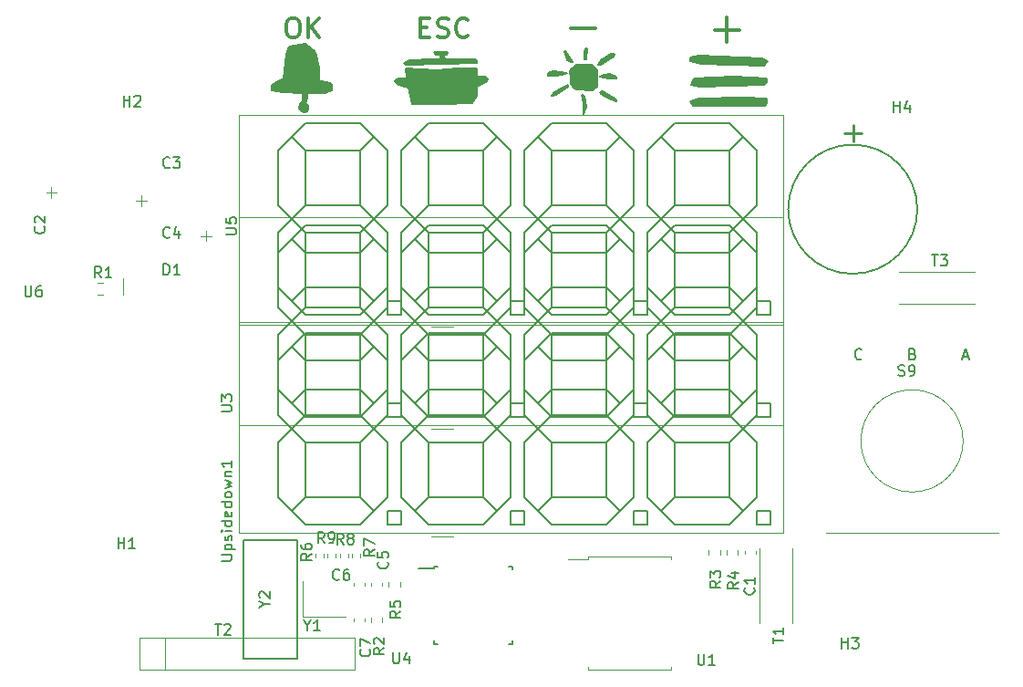
<source format=gbr>
%TF.GenerationSoftware,KiCad,Pcbnew,(6.0.0)*%
%TF.CreationDate,2022-11-14T00:42:39-08:00*%
%TF.ProjectId,digital_clock_v1,64696769-7461-46c5-9f63-6c6f636b5f76,rev?*%
%TF.SameCoordinates,Original*%
%TF.FileFunction,Legend,Top*%
%TF.FilePolarity,Positive*%
%FSLAX46Y46*%
G04 Gerber Fmt 4.6, Leading zero omitted, Abs format (unit mm)*
G04 Created by KiCad (PCBNEW (6.0.0)) date 2022-11-14 00:42:39*
%MOMM*%
%LPD*%
G01*
G04 APERTURE LIST*
%ADD10C,0.300000*%
%ADD11C,0.150000*%
%ADD12C,0.254000*%
%ADD13C,0.120000*%
G04 APERTURE END LIST*
D10*
X26360571Y-792285D02*
X26703428Y-792285D01*
X26874857Y-878000D01*
X27046285Y-1049428D01*
X27132000Y-1392285D01*
X27132000Y-1992285D01*
X27046285Y-2335142D01*
X26874857Y-2506571D01*
X26703428Y-2592285D01*
X26360571Y-2592285D01*
X26189142Y-2506571D01*
X26017714Y-2335142D01*
X25932000Y-1992285D01*
X25932000Y-1392285D01*
X26017714Y-1049428D01*
X26189142Y-878000D01*
X26360571Y-792285D01*
X27903428Y-2592285D02*
X27903428Y-792285D01*
X28932000Y-2592285D02*
X28160571Y-1563714D01*
X28932000Y-792285D02*
X27903428Y-1820857D01*
X38370142Y-1649428D02*
X38970142Y-1649428D01*
X39227285Y-2592285D02*
X38370142Y-2592285D01*
X38370142Y-792285D01*
X39227285Y-792285D01*
X39913000Y-2506571D02*
X40170142Y-2592285D01*
X40598714Y-2592285D01*
X40770142Y-2506571D01*
X40855857Y-2420857D01*
X40941571Y-2249428D01*
X40941571Y-2078000D01*
X40855857Y-1906571D01*
X40770142Y-1820857D01*
X40598714Y-1735142D01*
X40255857Y-1649428D01*
X40084428Y-1563714D01*
X39998714Y-1478000D01*
X39913000Y-1306571D01*
X39913000Y-1135142D01*
X39998714Y-963714D01*
X40084428Y-878000D01*
X40255857Y-792285D01*
X40684428Y-792285D01*
X40941571Y-878000D01*
X42741571Y-2420857D02*
X42655857Y-2506571D01*
X42398714Y-2592285D01*
X42227285Y-2592285D01*
X41970142Y-2506571D01*
X41798714Y-2335142D01*
X41713000Y-2163714D01*
X41627285Y-1820857D01*
X41627285Y-1563714D01*
X41713000Y-1220857D01*
X41798714Y-1049428D01*
X41970142Y-878000D01*
X42227285Y-792285D01*
X42398714Y-792285D01*
X42655857Y-878000D01*
X42741571Y-963714D01*
X52324142Y-1738285D02*
X54609857Y-1738285D01*
X65659142Y-1865285D02*
X67944857Y-1865285D01*
X66802000Y-3008142D02*
X66802000Y-722428D01*
D11*
X70479181Y-8235915D02*
X70479181Y-8616915D01*
X70479181Y-8616915D02*
X70352181Y-8870915D01*
X70352181Y-8870915D02*
X66034181Y-8870915D01*
X66034181Y-8870915D02*
X63621181Y-8870915D01*
X63621181Y-8870915D02*
X63367181Y-8489915D01*
X63367181Y-8489915D02*
X64256181Y-8235915D01*
X64256181Y-8235915D02*
X68320181Y-8108915D01*
X68320181Y-8108915D02*
X70479181Y-8235915D01*
G36*
X70479181Y-8235915D02*
G01*
X70479181Y-8616915D01*
X70352181Y-8870915D01*
X63621181Y-8870915D01*
X63367181Y-8489915D01*
X64256181Y-8235915D01*
X68320181Y-8108915D01*
X70479181Y-8235915D01*
G37*
X70479181Y-8235915D02*
X70479181Y-8616915D01*
X70352181Y-8870915D01*
X63621181Y-8870915D01*
X63367181Y-8489915D01*
X64256181Y-8235915D01*
X68320181Y-8108915D01*
X70479181Y-8235915D01*
X70479181Y-6350000D02*
X70479181Y-6731000D01*
X70479181Y-6731000D02*
X70225181Y-6985000D01*
X70225181Y-6985000D02*
X64256181Y-7112000D01*
X64256181Y-7112000D02*
X63494181Y-6985000D01*
X63494181Y-6985000D02*
X63748181Y-6350000D01*
X63748181Y-6350000D02*
X67431181Y-6223000D01*
X67431181Y-6223000D02*
X70479181Y-6350000D01*
G36*
X70479181Y-6350000D02*
G01*
X70479181Y-6731000D01*
X70225181Y-6985000D01*
X64256181Y-7112000D01*
X63494181Y-6985000D01*
X63748181Y-6350000D01*
X67431181Y-6223000D01*
X70479181Y-6350000D01*
G37*
X70479181Y-6350000D02*
X70479181Y-6731000D01*
X70225181Y-6985000D01*
X64256181Y-7112000D01*
X63494181Y-6985000D01*
X63748181Y-6350000D01*
X67431181Y-6223000D01*
X70479181Y-6350000D01*
X70104000Y-4539237D02*
X70612000Y-4793237D01*
X70612000Y-4793237D02*
X70231000Y-5174237D01*
X70231000Y-5174237D02*
X64389000Y-5047237D01*
X64389000Y-5047237D02*
X63373000Y-4793237D01*
X63373000Y-4793237D02*
X63373000Y-4412237D01*
X63373000Y-4412237D02*
X64135000Y-4285237D01*
X64135000Y-4285237D02*
X70104000Y-4539237D01*
G36*
X70104000Y-4539237D02*
G01*
X70612000Y-4793237D01*
X70231000Y-5174237D01*
X64389000Y-5047237D01*
X63373000Y-4793237D01*
X63373000Y-4412237D01*
X64135000Y-4285237D01*
X70104000Y-4539237D01*
G37*
X70104000Y-4539237D02*
X70612000Y-4793237D01*
X70231000Y-5174237D01*
X64389000Y-5047237D01*
X63373000Y-4793237D01*
X63373000Y-4412237D01*
X64135000Y-4285237D01*
X70104000Y-4539237D01*
X52070000Y-7112000D02*
X50927000Y-7874000D01*
X50927000Y-7874000D02*
X50546000Y-8001000D01*
X50546000Y-8001000D02*
X50800000Y-7620000D01*
X50800000Y-7620000D02*
X52070000Y-6985000D01*
X52070000Y-6985000D02*
X52070000Y-7112000D01*
G36*
X52070000Y-7112000D02*
G01*
X50927000Y-7874000D01*
X50546000Y-8001000D01*
X50800000Y-7620000D01*
X52070000Y-6985000D01*
X52070000Y-7112000D01*
G37*
X52070000Y-7112000D02*
X50927000Y-7874000D01*
X50546000Y-8001000D01*
X50800000Y-7620000D01*
X52070000Y-6985000D01*
X52070000Y-7112000D01*
X51943000Y-5842000D02*
X51816000Y-5969000D01*
X51816000Y-5969000D02*
X50927000Y-6096000D01*
X50927000Y-6096000D02*
X50165000Y-6096000D01*
X50165000Y-6096000D02*
X50165000Y-5842000D01*
X50165000Y-5842000D02*
X50673000Y-5715000D01*
X50673000Y-5715000D02*
X51943000Y-5842000D01*
G36*
X51943000Y-5842000D02*
G01*
X51816000Y-5969000D01*
X50927000Y-6096000D01*
X50165000Y-6096000D01*
X50165000Y-5842000D01*
X50673000Y-5715000D01*
X51943000Y-5842000D01*
G37*
X51943000Y-5842000D02*
X51816000Y-5969000D01*
X50927000Y-6096000D01*
X50165000Y-6096000D01*
X50165000Y-5842000D01*
X50673000Y-5715000D01*
X51943000Y-5842000D01*
X52451000Y-4826000D02*
X52324000Y-4826000D01*
X52324000Y-4826000D02*
X51943000Y-4699000D01*
X51943000Y-4699000D02*
X51689000Y-3810000D01*
X51689000Y-3810000D02*
X51816000Y-3810000D01*
X51816000Y-3810000D02*
X52451000Y-4826000D01*
G36*
X52451000Y-4826000D02*
G01*
X52324000Y-4826000D01*
X51943000Y-4699000D01*
X51689000Y-3810000D01*
X51816000Y-3810000D01*
X52451000Y-4826000D01*
G37*
X52451000Y-4826000D02*
X52324000Y-4826000D01*
X51943000Y-4699000D01*
X51689000Y-3810000D01*
X51816000Y-3810000D01*
X52451000Y-4826000D01*
X56261000Y-4318000D02*
X55118000Y-5080000D01*
X55118000Y-5080000D02*
X54864000Y-5080000D01*
X54864000Y-5080000D02*
X55118000Y-4699000D01*
X55118000Y-4699000D02*
X56007000Y-4064000D01*
X56007000Y-4064000D02*
X56388000Y-4064000D01*
X56388000Y-4064000D02*
X56261000Y-4318000D01*
G36*
X56261000Y-4318000D02*
G01*
X55118000Y-5080000D01*
X54864000Y-5080000D01*
X55118000Y-4699000D01*
X56007000Y-4064000D01*
X56388000Y-4064000D01*
X56261000Y-4318000D01*
G37*
X56261000Y-4318000D02*
X55118000Y-5080000D01*
X54864000Y-5080000D01*
X55118000Y-4699000D01*
X56007000Y-4064000D01*
X56388000Y-4064000D01*
X56261000Y-4318000D01*
X56515000Y-8285655D02*
X56515000Y-8509000D01*
X56515000Y-8509000D02*
X55880000Y-8255000D01*
X55880000Y-8255000D02*
X55118000Y-7777655D01*
X55118000Y-7777655D02*
X54991000Y-7620000D01*
X54991000Y-7620000D02*
X55245000Y-7523655D01*
X55245000Y-7523655D02*
X56515000Y-8285655D01*
G36*
X56515000Y-8285655D02*
G01*
X56515000Y-8509000D01*
X55880000Y-8255000D01*
X55118000Y-7777655D01*
X54991000Y-7620000D01*
X55245000Y-7523655D01*
X56515000Y-8285655D01*
G37*
X56515000Y-8285655D02*
X56515000Y-8509000D01*
X55880000Y-8255000D01*
X55118000Y-7777655D01*
X54991000Y-7620000D01*
X55245000Y-7523655D01*
X56515000Y-8285655D01*
X53623881Y-8001000D02*
X53723826Y-8985436D01*
X53723826Y-8985436D02*
X53496881Y-9652000D01*
X53496881Y-9652000D02*
X53467000Y-8643471D01*
X53467000Y-8643471D02*
X53369881Y-7874000D01*
X53369881Y-7874000D02*
X53623881Y-8001000D01*
G36*
X53623881Y-8001000D02*
G01*
X53723826Y-8985436D01*
X53496881Y-9652000D01*
X53467000Y-8643471D01*
X53369881Y-7874000D01*
X53623881Y-8001000D01*
G37*
X53623881Y-8001000D02*
X53723826Y-8985436D01*
X53496881Y-9652000D01*
X53467000Y-8643471D01*
X53369881Y-7874000D01*
X53623881Y-8001000D01*
X56515000Y-6223000D02*
X56515000Y-6350000D01*
X56515000Y-6350000D02*
X55753000Y-6350000D01*
X55753000Y-6350000D02*
X54991000Y-6223000D01*
X54991000Y-6223000D02*
X55118000Y-6096000D01*
X55118000Y-6096000D02*
X55880000Y-5969000D01*
X55880000Y-5969000D02*
X56515000Y-6223000D01*
G36*
X56515000Y-6223000D02*
G01*
X56515000Y-6350000D01*
X55753000Y-6350000D01*
X54991000Y-6223000D01*
X55118000Y-6096000D01*
X55880000Y-5969000D01*
X56515000Y-6223000D01*
G37*
X56515000Y-6223000D02*
X56515000Y-6350000D01*
X55753000Y-6350000D01*
X54991000Y-6223000D01*
X55118000Y-6096000D01*
X55880000Y-5969000D01*
X56515000Y-6223000D01*
X53721000Y-4572000D02*
X53594000Y-4572000D01*
X53594000Y-4572000D02*
X53594000Y-3810000D01*
X53594000Y-3810000D02*
X53721000Y-3556000D01*
X53721000Y-3556000D02*
X53848000Y-3556000D01*
X53848000Y-3556000D02*
X53721000Y-4572000D01*
G36*
X53721000Y-4572000D02*
G01*
X53594000Y-4572000D01*
X53594000Y-3810000D01*
X53721000Y-3556000D01*
X53848000Y-3556000D01*
X53721000Y-4572000D01*
G37*
X53721000Y-4572000D02*
X53594000Y-4572000D01*
X53594000Y-3810000D01*
X53721000Y-3556000D01*
X53848000Y-3556000D01*
X53721000Y-4572000D01*
X54737000Y-7112000D02*
X54356000Y-7493000D01*
X54356000Y-7493000D02*
X52832000Y-7366000D01*
X52832000Y-7366000D02*
X52578000Y-7239000D01*
X52578000Y-7239000D02*
X52324000Y-6858000D01*
X52324000Y-6858000D02*
X52324000Y-6350000D01*
X52324000Y-6350000D02*
X52197000Y-5588000D01*
X52197000Y-5588000D02*
X52832000Y-5080000D01*
X52832000Y-5080000D02*
X54229000Y-5080000D01*
X54229000Y-5080000D02*
X54737000Y-5588000D01*
X54737000Y-5588000D02*
X54737000Y-7112000D01*
G36*
X54737000Y-5588000D02*
G01*
X54737000Y-7112000D01*
X54356000Y-7493000D01*
X52832000Y-7366000D01*
X52578000Y-7239000D01*
X52324000Y-6858000D01*
X52324000Y-6350000D01*
X52197000Y-5588000D01*
X52832000Y-5080000D01*
X54229000Y-5080000D01*
X54737000Y-5588000D01*
G37*
X54737000Y-5588000D02*
X54737000Y-7112000D01*
X54356000Y-7493000D01*
X52832000Y-7366000D01*
X52578000Y-7239000D01*
X52324000Y-6858000D01*
X52324000Y-6350000D01*
X52197000Y-5588000D01*
X52832000Y-5080000D01*
X54229000Y-5080000D01*
X54737000Y-5588000D01*
X40767000Y-4191000D02*
X40513000Y-4191000D01*
X40513000Y-4191000D02*
X40513000Y-4318000D01*
X40513000Y-4318000D02*
X40640000Y-4572000D01*
X40640000Y-4572000D02*
X43434000Y-4572000D01*
X43434000Y-4572000D02*
X43561000Y-4699000D01*
X43561000Y-4699000D02*
X43561000Y-4953000D01*
X43561000Y-4953000D02*
X36957000Y-5080000D01*
X36957000Y-5080000D02*
X36830000Y-4953000D01*
X36830000Y-4953000D02*
X37338000Y-4699000D01*
X37338000Y-4699000D02*
X39497000Y-4572000D01*
X39497000Y-4572000D02*
X39751000Y-4572000D01*
X39751000Y-4572000D02*
X40132000Y-4572000D01*
X40132000Y-4572000D02*
X40259000Y-4191000D01*
X40259000Y-4191000D02*
X39751000Y-4191000D01*
X39751000Y-4191000D02*
X39624000Y-3937000D01*
X39624000Y-3937000D02*
X40894000Y-3937000D01*
X40894000Y-3937000D02*
X40767000Y-4191000D01*
G36*
X40767000Y-4191000D02*
G01*
X40513000Y-4191000D01*
X40513000Y-4318000D01*
X40640000Y-4572000D01*
X43434000Y-4572000D01*
X43561000Y-4699000D01*
X43561000Y-4953000D01*
X36957000Y-5080000D01*
X36830000Y-4953000D01*
X37338000Y-4699000D01*
X39497000Y-4572000D01*
X40132000Y-4572000D01*
X40259000Y-4191000D01*
X39751000Y-4191000D01*
X39624000Y-3937000D01*
X40894000Y-3937000D01*
X40767000Y-4191000D01*
G37*
X40767000Y-4191000D02*
X40513000Y-4191000D01*
X40513000Y-4318000D01*
X40640000Y-4572000D01*
X43434000Y-4572000D01*
X43561000Y-4699000D01*
X43561000Y-4953000D01*
X36957000Y-5080000D01*
X36830000Y-4953000D01*
X37338000Y-4699000D01*
X39497000Y-4572000D01*
X40132000Y-4572000D01*
X40259000Y-4191000D01*
X39751000Y-4191000D01*
X39624000Y-3937000D01*
X40894000Y-3937000D01*
X40767000Y-4191000D01*
X43561000Y-6223000D02*
X44323000Y-6223000D01*
X44323000Y-6223000D02*
X44577000Y-6477000D01*
X44577000Y-6477000D02*
X44450000Y-6731000D01*
X44450000Y-6731000D02*
X43561000Y-7112000D01*
X43561000Y-7112000D02*
X43561000Y-8001000D01*
X43561000Y-8001000D02*
X43434000Y-8255000D01*
X43434000Y-8255000D02*
X43180000Y-8636000D01*
X43180000Y-8636000D02*
X40259000Y-8763000D01*
X40259000Y-8763000D02*
X37592000Y-8763000D01*
X37592000Y-8763000D02*
X37211000Y-7239000D01*
X37211000Y-7239000D02*
X36322000Y-6985000D01*
X36322000Y-6985000D02*
X35941000Y-6604000D01*
X35941000Y-6604000D02*
X36195000Y-6350000D01*
X36195000Y-6350000D02*
X37084000Y-6350000D01*
X37084000Y-6350000D02*
X37084000Y-6223000D01*
X37084000Y-6223000D02*
X36957000Y-5461000D01*
X36957000Y-5461000D02*
X39878000Y-5588000D01*
X39878000Y-5588000D02*
X41783000Y-5461000D01*
X41783000Y-5461000D02*
X43561000Y-5461000D01*
X43561000Y-5461000D02*
X43561000Y-6223000D01*
G36*
X43561000Y-6223000D02*
G01*
X44323000Y-6223000D01*
X44577000Y-6477000D01*
X44450000Y-6731000D01*
X43561000Y-7112000D01*
X43561000Y-8001000D01*
X43434000Y-8255000D01*
X43180000Y-8636000D01*
X40259000Y-8763000D01*
X37592000Y-8763000D01*
X37211000Y-7239000D01*
X36322000Y-6985000D01*
X35941000Y-6604000D01*
X36195000Y-6350000D01*
X37084000Y-6350000D01*
X37084000Y-6223000D01*
X36957000Y-5461000D01*
X39878000Y-5588000D01*
X41783000Y-5461000D01*
X43561000Y-5461000D01*
X43561000Y-6223000D01*
G37*
X43561000Y-6223000D02*
X44323000Y-6223000D01*
X44577000Y-6477000D01*
X44450000Y-6731000D01*
X43561000Y-7112000D01*
X43561000Y-8001000D01*
X43434000Y-8255000D01*
X43180000Y-8636000D01*
X40259000Y-8763000D01*
X37592000Y-8763000D01*
X37211000Y-7239000D01*
X36322000Y-6985000D01*
X35941000Y-6604000D01*
X36195000Y-6350000D01*
X37084000Y-6350000D01*
X37084000Y-6223000D01*
X36957000Y-5461000D01*
X39878000Y-5588000D01*
X41783000Y-5461000D01*
X43561000Y-5461000D01*
X43561000Y-6223000D01*
X28575000Y-3937000D02*
X28956000Y-5334000D01*
X28956000Y-5334000D02*
X28956000Y-6604000D01*
X28956000Y-6604000D02*
X29718000Y-6731000D01*
X29718000Y-6731000D02*
X30099000Y-6858000D01*
X30099000Y-6858000D02*
X30099000Y-7493000D01*
X30099000Y-7493000D02*
X29718000Y-7620000D01*
X29718000Y-7620000D02*
X29464000Y-7747000D01*
X29464000Y-7747000D02*
X28829000Y-7747000D01*
X28829000Y-7747000D02*
X27813000Y-7747000D01*
X27813000Y-7747000D02*
X27813000Y-8255000D01*
X27813000Y-8255000D02*
X27686000Y-8636000D01*
X27686000Y-8636000D02*
X27940000Y-8890000D01*
X27940000Y-8890000D02*
X27940000Y-9144000D01*
X27940000Y-9144000D02*
X27813000Y-9398000D01*
X27813000Y-9398000D02*
X27559000Y-9525000D01*
X27559000Y-9525000D02*
X27305000Y-9398000D01*
X27305000Y-9398000D02*
X27051000Y-9144000D01*
X27051000Y-9144000D02*
X27178000Y-8763000D01*
X27178000Y-8763000D02*
X27432000Y-8509000D01*
X27432000Y-8509000D02*
X27432000Y-7747000D01*
X27432000Y-7747000D02*
X25527000Y-7620000D01*
X25527000Y-7620000D02*
X24511000Y-7493000D01*
X24511000Y-7493000D02*
X24511000Y-6985000D01*
X24511000Y-6985000D02*
X25654000Y-6350000D01*
X25654000Y-6350000D02*
X25908000Y-4191000D01*
X25908000Y-4191000D02*
X26162000Y-3429000D01*
X26162000Y-3429000D02*
X27686000Y-3175000D01*
X27686000Y-3175000D02*
X28575000Y-3937000D01*
G36*
X28575000Y-3937000D02*
G01*
X28956000Y-5334000D01*
X28956000Y-6604000D01*
X29718000Y-6731000D01*
X30099000Y-6858000D01*
X30099000Y-7493000D01*
X29718000Y-7620000D01*
X29464000Y-7747000D01*
X27813000Y-7747000D01*
X27813000Y-8255000D01*
X27686000Y-8636000D01*
X27940000Y-8890000D01*
X27940000Y-9144000D01*
X27813000Y-9398000D01*
X27559000Y-9525000D01*
X27305000Y-9398000D01*
X27051000Y-9144000D01*
X27178000Y-8763000D01*
X27432000Y-8509000D01*
X27432000Y-7747000D01*
X25527000Y-7620000D01*
X24511000Y-7493000D01*
X24511000Y-6985000D01*
X25654000Y-6350000D01*
X25908000Y-4191000D01*
X26162000Y-3429000D01*
X27686000Y-3175000D01*
X28575000Y-3937000D01*
G37*
X28575000Y-3937000D02*
X28956000Y-5334000D01*
X28956000Y-6604000D01*
X29718000Y-6731000D01*
X30099000Y-6858000D01*
X30099000Y-7493000D01*
X29718000Y-7620000D01*
X29464000Y-7747000D01*
X27813000Y-7747000D01*
X27813000Y-8255000D01*
X27686000Y-8636000D01*
X27940000Y-8890000D01*
X27940000Y-9144000D01*
X27813000Y-9398000D01*
X27559000Y-9525000D01*
X27305000Y-9398000D01*
X27051000Y-9144000D01*
X27178000Y-8763000D01*
X27432000Y-8509000D01*
X27432000Y-7747000D01*
X25527000Y-7620000D01*
X24511000Y-7493000D01*
X24511000Y-6985000D01*
X25654000Y-6350000D01*
X25908000Y-4191000D01*
X26162000Y-3429000D01*
X27686000Y-3175000D01*
X28575000Y-3937000D01*
%TO.C,R9*%
X29424333Y-49474380D02*
X29091000Y-48998190D01*
X28852904Y-49474380D02*
X28852904Y-48474380D01*
X29233857Y-48474380D01*
X29329095Y-48522000D01*
X29376714Y-48569619D01*
X29424333Y-48664857D01*
X29424333Y-48807714D01*
X29376714Y-48902952D01*
X29329095Y-48950571D01*
X29233857Y-48998190D01*
X28852904Y-48998190D01*
X29900523Y-49474380D02*
X30091000Y-49474380D01*
X30186238Y-49426761D01*
X30233857Y-49379142D01*
X30329095Y-49236285D01*
X30376714Y-49045809D01*
X30376714Y-48664857D01*
X30329095Y-48569619D01*
X30281476Y-48522000D01*
X30186238Y-48474380D01*
X29995761Y-48474380D01*
X29900523Y-48522000D01*
X29852904Y-48569619D01*
X29805285Y-48664857D01*
X29805285Y-48902952D01*
X29852904Y-48998190D01*
X29900523Y-49045809D01*
X29995761Y-49093428D01*
X30186238Y-49093428D01*
X30281476Y-49045809D01*
X30329095Y-48998190D01*
X30376714Y-48902952D01*
%TO.C,R8*%
X31202333Y-49601380D02*
X30869000Y-49125190D01*
X30630904Y-49601380D02*
X30630904Y-48601380D01*
X31011857Y-48601380D01*
X31107095Y-48649000D01*
X31154714Y-48696619D01*
X31202333Y-48791857D01*
X31202333Y-48934714D01*
X31154714Y-49029952D01*
X31107095Y-49077571D01*
X31011857Y-49125190D01*
X30630904Y-49125190D01*
X31773761Y-49029952D02*
X31678523Y-48982333D01*
X31630904Y-48934714D01*
X31583285Y-48839476D01*
X31583285Y-48791857D01*
X31630904Y-48696619D01*
X31678523Y-48649000D01*
X31773761Y-48601380D01*
X31964238Y-48601380D01*
X32059476Y-48649000D01*
X32107095Y-48696619D01*
X32154714Y-48791857D01*
X32154714Y-48839476D01*
X32107095Y-48934714D01*
X32059476Y-48982333D01*
X31964238Y-49029952D01*
X31773761Y-49029952D01*
X31678523Y-49077571D01*
X31630904Y-49125190D01*
X31583285Y-49220428D01*
X31583285Y-49410904D01*
X31630904Y-49506142D01*
X31678523Y-49553761D01*
X31773761Y-49601380D01*
X31964238Y-49601380D01*
X32059476Y-49553761D01*
X32107095Y-49506142D01*
X32154714Y-49410904D01*
X32154714Y-49220428D01*
X32107095Y-49125190D01*
X32059476Y-49077571D01*
X31964238Y-49029952D01*
%TO.C,R7*%
X34107380Y-50077666D02*
X33631190Y-50411000D01*
X34107380Y-50649095D02*
X33107380Y-50649095D01*
X33107380Y-50268142D01*
X33155000Y-50172904D01*
X33202619Y-50125285D01*
X33297857Y-50077666D01*
X33440714Y-50077666D01*
X33535952Y-50125285D01*
X33583571Y-50172904D01*
X33631190Y-50268142D01*
X33631190Y-50649095D01*
X33107380Y-49744333D02*
X33107380Y-49077666D01*
X34107380Y-49506238D01*
%TO.C,R6*%
X28265380Y-50458666D02*
X27789190Y-50792000D01*
X28265380Y-51030095D02*
X27265380Y-51030095D01*
X27265380Y-50649142D01*
X27313000Y-50553904D01*
X27360619Y-50506285D01*
X27455857Y-50458666D01*
X27598714Y-50458666D01*
X27693952Y-50506285D01*
X27741571Y-50553904D01*
X27789190Y-50649142D01*
X27789190Y-51030095D01*
X27265380Y-49601523D02*
X27265380Y-49792000D01*
X27313000Y-49887238D01*
X27360619Y-49934857D01*
X27503476Y-50030095D01*
X27693952Y-50077714D01*
X28074904Y-50077714D01*
X28170142Y-50030095D01*
X28217761Y-49982476D01*
X28265380Y-49887238D01*
X28265380Y-49696761D01*
X28217761Y-49601523D01*
X28170142Y-49553904D01*
X28074904Y-49506285D01*
X27836809Y-49506285D01*
X27741571Y-49553904D01*
X27693952Y-49601523D01*
X27646333Y-49696761D01*
X27646333Y-49887238D01*
X27693952Y-49982476D01*
X27741571Y-50030095D01*
X27836809Y-50077714D01*
%TO.C,R5*%
X36520380Y-55792666D02*
X36044190Y-56126000D01*
X36520380Y-56364095D02*
X35520380Y-56364095D01*
X35520380Y-55983142D01*
X35568000Y-55887904D01*
X35615619Y-55840285D01*
X35710857Y-55792666D01*
X35853714Y-55792666D01*
X35948952Y-55840285D01*
X35996571Y-55887904D01*
X36044190Y-55983142D01*
X36044190Y-56364095D01*
X35520380Y-54887904D02*
X35520380Y-55364095D01*
X35996571Y-55411714D01*
X35948952Y-55364095D01*
X35901333Y-55268857D01*
X35901333Y-55030761D01*
X35948952Y-54935523D01*
X35996571Y-54887904D01*
X36091809Y-54840285D01*
X36329904Y-54840285D01*
X36425142Y-54887904D01*
X36472761Y-54935523D01*
X36520380Y-55030761D01*
X36520380Y-55268857D01*
X36472761Y-55364095D01*
X36425142Y-55411714D01*
%TO.C,R4*%
X67889380Y-53125666D02*
X67413190Y-53459000D01*
X67889380Y-53697095D02*
X66889380Y-53697095D01*
X66889380Y-53316142D01*
X66937000Y-53220904D01*
X66984619Y-53173285D01*
X67079857Y-53125666D01*
X67222714Y-53125666D01*
X67317952Y-53173285D01*
X67365571Y-53220904D01*
X67413190Y-53316142D01*
X67413190Y-53697095D01*
X67222714Y-52268523D02*
X67889380Y-52268523D01*
X66841761Y-52506619D02*
X67556047Y-52744714D01*
X67556047Y-52125666D01*
%TO.C,R3*%
X66238380Y-52998666D02*
X65762190Y-53332000D01*
X66238380Y-53570095D02*
X65238380Y-53570095D01*
X65238380Y-53189142D01*
X65286000Y-53093904D01*
X65333619Y-53046285D01*
X65428857Y-52998666D01*
X65571714Y-52998666D01*
X65666952Y-53046285D01*
X65714571Y-53093904D01*
X65762190Y-53189142D01*
X65762190Y-53570095D01*
X65238380Y-52665333D02*
X65238380Y-52046285D01*
X65619333Y-52379619D01*
X65619333Y-52236761D01*
X65666952Y-52141523D01*
X65714571Y-52093904D01*
X65809809Y-52046285D01*
X66047904Y-52046285D01*
X66143142Y-52093904D01*
X66190761Y-52141523D01*
X66238380Y-52236761D01*
X66238380Y-52522476D01*
X66190761Y-52617714D01*
X66143142Y-52665333D01*
%TO.C,R2*%
X34996380Y-59221666D02*
X34520190Y-59555000D01*
X34996380Y-59793095D02*
X33996380Y-59793095D01*
X33996380Y-59412142D01*
X34044000Y-59316904D01*
X34091619Y-59269285D01*
X34186857Y-59221666D01*
X34329714Y-59221666D01*
X34424952Y-59269285D01*
X34472571Y-59316904D01*
X34520190Y-59412142D01*
X34520190Y-59793095D01*
X34091619Y-58840714D02*
X34044000Y-58793095D01*
X33996380Y-58697857D01*
X33996380Y-58459761D01*
X34044000Y-58364523D01*
X34091619Y-58316904D01*
X34186857Y-58269285D01*
X34282095Y-58269285D01*
X34424952Y-58316904D01*
X34996380Y-58888333D01*
X34996380Y-58269285D01*
%TO.C,R1*%
X8723333Y-24836380D02*
X8390000Y-24360190D01*
X8151904Y-24836380D02*
X8151904Y-23836380D01*
X8532857Y-23836380D01*
X8628095Y-23884000D01*
X8675714Y-23931619D01*
X8723333Y-24026857D01*
X8723333Y-24169714D01*
X8675714Y-24264952D01*
X8628095Y-24312571D01*
X8532857Y-24360190D01*
X8151904Y-24360190D01*
X9675714Y-24836380D02*
X9104285Y-24836380D01*
X9390000Y-24836380D02*
X9390000Y-23836380D01*
X9294761Y-23979238D01*
X9199523Y-24074476D01*
X9104285Y-24122095D01*
%TO.C,C7*%
X33631142Y-59348666D02*
X33678761Y-59396285D01*
X33726380Y-59539142D01*
X33726380Y-59634380D01*
X33678761Y-59777238D01*
X33583523Y-59872476D01*
X33488285Y-59920095D01*
X33297809Y-59967714D01*
X33154952Y-59967714D01*
X32964476Y-59920095D01*
X32869238Y-59872476D01*
X32774000Y-59777238D01*
X32726380Y-59634380D01*
X32726380Y-59539142D01*
X32774000Y-59396285D01*
X32821619Y-59348666D01*
X32726380Y-59015333D02*
X32726380Y-58348666D01*
X33726380Y-58777238D01*
%TO.C,C6*%
X30821333Y-52808142D02*
X30773714Y-52855761D01*
X30630857Y-52903380D01*
X30535619Y-52903380D01*
X30392761Y-52855761D01*
X30297523Y-52760523D01*
X30249904Y-52665285D01*
X30202285Y-52474809D01*
X30202285Y-52331952D01*
X30249904Y-52141476D01*
X30297523Y-52046238D01*
X30392761Y-51951000D01*
X30535619Y-51903380D01*
X30630857Y-51903380D01*
X30773714Y-51951000D01*
X30821333Y-51998619D01*
X31678476Y-51903380D02*
X31488000Y-51903380D01*
X31392761Y-51951000D01*
X31345142Y-51998619D01*
X31249904Y-52141476D01*
X31202285Y-52331952D01*
X31202285Y-52712904D01*
X31249904Y-52808142D01*
X31297523Y-52855761D01*
X31392761Y-52903380D01*
X31583238Y-52903380D01*
X31678476Y-52855761D01*
X31726095Y-52808142D01*
X31773714Y-52712904D01*
X31773714Y-52474809D01*
X31726095Y-52379571D01*
X31678476Y-52331952D01*
X31583238Y-52284333D01*
X31392761Y-52284333D01*
X31297523Y-52331952D01*
X31249904Y-52379571D01*
X31202285Y-52474809D01*
%TO.C,C5*%
X35282142Y-51220666D02*
X35329761Y-51268285D01*
X35377380Y-51411142D01*
X35377380Y-51506380D01*
X35329761Y-51649238D01*
X35234523Y-51744476D01*
X35139285Y-51792095D01*
X34948809Y-51839714D01*
X34805952Y-51839714D01*
X34615476Y-51792095D01*
X34520238Y-51744476D01*
X34425000Y-51649238D01*
X34377380Y-51506380D01*
X34377380Y-51411142D01*
X34425000Y-51268285D01*
X34472619Y-51220666D01*
X34377380Y-50315904D02*
X34377380Y-50792095D01*
X34853571Y-50839714D01*
X34805952Y-50792095D01*
X34758333Y-50696857D01*
X34758333Y-50458761D01*
X34805952Y-50363523D01*
X34853571Y-50315904D01*
X34948809Y-50268285D01*
X35186904Y-50268285D01*
X35282142Y-50315904D01*
X35329761Y-50363523D01*
X35377380Y-50458761D01*
X35377380Y-50696857D01*
X35329761Y-50792095D01*
X35282142Y-50839714D01*
%TO.C,C1*%
X69318142Y-53633666D02*
X69365761Y-53681285D01*
X69413380Y-53824142D01*
X69413380Y-53919380D01*
X69365761Y-54062238D01*
X69270523Y-54157476D01*
X69175285Y-54205095D01*
X68984809Y-54252714D01*
X68841952Y-54252714D01*
X68651476Y-54205095D01*
X68556238Y-54157476D01*
X68461000Y-54062238D01*
X68413380Y-53919380D01*
X68413380Y-53824142D01*
X68461000Y-53681285D01*
X68508619Y-53633666D01*
X69413380Y-52681285D02*
X69413380Y-53252714D01*
X69413380Y-52967000D02*
X68413380Y-52967000D01*
X68556238Y-53062238D01*
X68651476Y-53157476D01*
X68699095Y-53252714D01*
%TO.C,Upsidedown1*%
X19852380Y-51119047D02*
X20661904Y-51119047D01*
X20757142Y-51071428D01*
X20804761Y-51023809D01*
X20852380Y-50928571D01*
X20852380Y-50738095D01*
X20804761Y-50642857D01*
X20757142Y-50595238D01*
X20661904Y-50547619D01*
X19852380Y-50547619D01*
X20185714Y-50071428D02*
X21185714Y-50071428D01*
X20233333Y-50071428D02*
X20185714Y-49976190D01*
X20185714Y-49785714D01*
X20233333Y-49690476D01*
X20280952Y-49642857D01*
X20376190Y-49595238D01*
X20661904Y-49595238D01*
X20757142Y-49642857D01*
X20804761Y-49690476D01*
X20852380Y-49785714D01*
X20852380Y-49976190D01*
X20804761Y-50071428D01*
X20804761Y-49214285D02*
X20852380Y-49119047D01*
X20852380Y-48928571D01*
X20804761Y-48833333D01*
X20709523Y-48785714D01*
X20661904Y-48785714D01*
X20566666Y-48833333D01*
X20519047Y-48928571D01*
X20519047Y-49071428D01*
X20471428Y-49166666D01*
X20376190Y-49214285D01*
X20328571Y-49214285D01*
X20233333Y-49166666D01*
X20185714Y-49071428D01*
X20185714Y-48928571D01*
X20233333Y-48833333D01*
X20852380Y-48357142D02*
X20185714Y-48357142D01*
X19852380Y-48357142D02*
X19900000Y-48404761D01*
X19947619Y-48357142D01*
X19900000Y-48309523D01*
X19852380Y-48357142D01*
X19947619Y-48357142D01*
X20852380Y-47452380D02*
X19852380Y-47452380D01*
X20804761Y-47452380D02*
X20852380Y-47547619D01*
X20852380Y-47738095D01*
X20804761Y-47833333D01*
X20757142Y-47880952D01*
X20661904Y-47928571D01*
X20376190Y-47928571D01*
X20280952Y-47880952D01*
X20233333Y-47833333D01*
X20185714Y-47738095D01*
X20185714Y-47547619D01*
X20233333Y-47452380D01*
X20804761Y-46595238D02*
X20852380Y-46690476D01*
X20852380Y-46880952D01*
X20804761Y-46976190D01*
X20709523Y-47023809D01*
X20328571Y-47023809D01*
X20233333Y-46976190D01*
X20185714Y-46880952D01*
X20185714Y-46690476D01*
X20233333Y-46595238D01*
X20328571Y-46547619D01*
X20423809Y-46547619D01*
X20519047Y-47023809D01*
X20852380Y-45690476D02*
X19852380Y-45690476D01*
X20804761Y-45690476D02*
X20852380Y-45785714D01*
X20852380Y-45976190D01*
X20804761Y-46071428D01*
X20757142Y-46119047D01*
X20661904Y-46166666D01*
X20376190Y-46166666D01*
X20280952Y-46119047D01*
X20233333Y-46071428D01*
X20185714Y-45976190D01*
X20185714Y-45785714D01*
X20233333Y-45690476D01*
X20852380Y-45071428D02*
X20804761Y-45166666D01*
X20757142Y-45214285D01*
X20661904Y-45261904D01*
X20376190Y-45261904D01*
X20280952Y-45214285D01*
X20233333Y-45166666D01*
X20185714Y-45071428D01*
X20185714Y-44928571D01*
X20233333Y-44833333D01*
X20280952Y-44785714D01*
X20376190Y-44738095D01*
X20661904Y-44738095D01*
X20757142Y-44785714D01*
X20804761Y-44833333D01*
X20852380Y-44928571D01*
X20852380Y-45071428D01*
X20185714Y-44404761D02*
X20852380Y-44214285D01*
X20376190Y-44023809D01*
X20852380Y-43833333D01*
X20185714Y-43642857D01*
X20185714Y-43261904D02*
X20852380Y-43261904D01*
X20280952Y-43261904D02*
X20233333Y-43214285D01*
X20185714Y-43119047D01*
X20185714Y-42976190D01*
X20233333Y-42880952D01*
X20328571Y-42833333D01*
X20852380Y-42833333D01*
X20852380Y-41833333D02*
X20852380Y-42404761D01*
X20852380Y-42119047D02*
X19852380Y-42119047D01*
X19995238Y-42214285D01*
X20090476Y-42309523D01*
X20138095Y-42404761D01*
%TO.C,U6*%
X1651095Y-25614380D02*
X1651095Y-26423904D01*
X1698714Y-26519142D01*
X1746333Y-26566761D01*
X1841571Y-26614380D01*
X2032047Y-26614380D01*
X2127285Y-26566761D01*
X2174904Y-26519142D01*
X2222523Y-26423904D01*
X2222523Y-25614380D01*
X3127285Y-25614380D02*
X2936809Y-25614380D01*
X2841571Y-25662000D01*
X2793952Y-25709619D01*
X2698714Y-25852476D01*
X2651095Y-26042952D01*
X2651095Y-26423904D01*
X2698714Y-26519142D01*
X2746333Y-26566761D01*
X2841571Y-26614380D01*
X3032047Y-26614380D01*
X3127285Y-26566761D01*
X3174904Y-26519142D01*
X3222523Y-26423904D01*
X3222523Y-26185809D01*
X3174904Y-26090571D01*
X3127285Y-26042952D01*
X3032047Y-25995333D01*
X2841571Y-25995333D01*
X2746333Y-26042952D01*
X2698714Y-26090571D01*
X2651095Y-26185809D01*
%TO.C,U5*%
X20280380Y-20827904D02*
X21089904Y-20827904D01*
X21185142Y-20780285D01*
X21232761Y-20732666D01*
X21280380Y-20637428D01*
X21280380Y-20446952D01*
X21232761Y-20351714D01*
X21185142Y-20304095D01*
X21089904Y-20256476D01*
X20280380Y-20256476D01*
X20280380Y-19304095D02*
X20280380Y-19780285D01*
X20756571Y-19827904D01*
X20708952Y-19780285D01*
X20661333Y-19685047D01*
X20661333Y-19446952D01*
X20708952Y-19351714D01*
X20756571Y-19304095D01*
X20851809Y-19256476D01*
X21089904Y-19256476D01*
X21185142Y-19304095D01*
X21232761Y-19351714D01*
X21280380Y-19446952D01*
X21280380Y-19685047D01*
X21232761Y-19780285D01*
X21185142Y-19827904D01*
%TO.C,S9*%
X82738095Y-33904761D02*
X82880952Y-33952380D01*
X83119047Y-33952380D01*
X83214285Y-33904761D01*
X83261904Y-33857142D01*
X83309523Y-33761904D01*
X83309523Y-33666666D01*
X83261904Y-33571428D01*
X83214285Y-33523809D01*
X83119047Y-33476190D01*
X82928571Y-33428571D01*
X82833333Y-33380952D01*
X82785714Y-33333333D01*
X82738095Y-33238095D01*
X82738095Y-33142857D01*
X82785714Y-33047619D01*
X82833333Y-33000000D01*
X82928571Y-32952380D01*
X83166666Y-32952380D01*
X83309523Y-33000000D01*
X83785714Y-33952380D02*
X83976190Y-33952380D01*
X84071428Y-33904761D01*
X84119047Y-33857142D01*
X84214285Y-33714285D01*
X84261904Y-33523809D01*
X84261904Y-33142857D01*
X84214285Y-33047619D01*
X84166666Y-33000000D01*
X84071428Y-32952380D01*
X83880952Y-32952380D01*
X83785714Y-33000000D01*
X83738095Y-33047619D01*
X83690476Y-33142857D01*
X83690476Y-33380952D01*
X83738095Y-33476190D01*
X83785714Y-33523809D01*
X83880952Y-33571428D01*
X84071428Y-33571428D01*
X84166666Y-33523809D01*
X84214285Y-33476190D01*
X84261904Y-33380952D01*
X79309523Y-32357142D02*
X79261904Y-32404761D01*
X79119047Y-32452380D01*
X79023809Y-32452380D01*
X78880952Y-32404761D01*
X78785714Y-32309523D01*
X78738095Y-32214285D01*
X78690476Y-32023809D01*
X78690476Y-31880952D01*
X78738095Y-31690476D01*
X78785714Y-31595238D01*
X78880952Y-31500000D01*
X79023809Y-31452380D01*
X79119047Y-31452380D01*
X79261904Y-31500000D01*
X79309523Y-31547619D01*
X84071428Y-31928571D02*
X84214285Y-31976190D01*
X84261904Y-32023809D01*
X84309523Y-32119047D01*
X84309523Y-32261904D01*
X84261904Y-32357142D01*
X84214285Y-32404761D01*
X84119047Y-32452380D01*
X83738095Y-32452380D01*
X83738095Y-31452380D01*
X84071428Y-31452380D01*
X84166666Y-31500000D01*
X84214285Y-31547619D01*
X84261904Y-31642857D01*
X84261904Y-31738095D01*
X84214285Y-31833333D01*
X84166666Y-31880952D01*
X84071428Y-31928571D01*
X83738095Y-31928571D01*
X88761904Y-32166666D02*
X89238095Y-32166666D01*
X88666666Y-32452380D02*
X89000000Y-31452380D01*
X89333333Y-32452380D01*
D12*
%TO.C,BZ1*%
X77751304Y-11456942D02*
X79299495Y-11456942D01*
X78525400Y-12231038D02*
X78525400Y-10682847D01*
D11*
%TO.C,T2*%
X19304095Y-56983380D02*
X19875523Y-56983380D01*
X19589809Y-57983380D02*
X19589809Y-56983380D01*
X20161238Y-57078619D02*
X20208857Y-57031000D01*
X20304095Y-56983380D01*
X20542190Y-56983380D01*
X20637428Y-57031000D01*
X20685047Y-57078619D01*
X20732666Y-57173857D01*
X20732666Y-57269095D01*
X20685047Y-57411952D01*
X20113619Y-57983380D01*
X20732666Y-57983380D01*
%TO.C,U1*%
X64135095Y-59777380D02*
X64135095Y-60586904D01*
X64182714Y-60682142D01*
X64230333Y-60729761D01*
X64325571Y-60777380D01*
X64516047Y-60777380D01*
X64611285Y-60729761D01*
X64658904Y-60682142D01*
X64706523Y-60586904D01*
X64706523Y-59777380D01*
X65706523Y-60777380D02*
X65135095Y-60777380D01*
X65420809Y-60777380D02*
X65420809Y-59777380D01*
X65325571Y-59920238D01*
X65230333Y-60015476D01*
X65135095Y-60063095D01*
%TO.C,T3*%
X85852095Y-22733380D02*
X86423523Y-22733380D01*
X86137809Y-23733380D02*
X86137809Y-22733380D01*
X86661619Y-22733380D02*
X87280666Y-22733380D01*
X86947333Y-23114333D01*
X87090190Y-23114333D01*
X87185428Y-23161952D01*
X87233047Y-23209571D01*
X87280666Y-23304809D01*
X87280666Y-23542904D01*
X87233047Y-23638142D01*
X87185428Y-23685761D01*
X87090190Y-23733380D01*
X86804476Y-23733380D01*
X86709238Y-23685761D01*
X86661619Y-23638142D01*
%TO.C,H1*%
X10287095Y-49982380D02*
X10287095Y-48982380D01*
X10287095Y-49458571D02*
X10858523Y-49458571D01*
X10858523Y-49982380D02*
X10858523Y-48982380D01*
X11858523Y-49982380D02*
X11287095Y-49982380D01*
X11572809Y-49982380D02*
X11572809Y-48982380D01*
X11477571Y-49125238D01*
X11382333Y-49220476D01*
X11287095Y-49268095D01*
%TO.C,H2*%
X10795095Y-8961380D02*
X10795095Y-7961380D01*
X10795095Y-8437571D02*
X11366523Y-8437571D01*
X11366523Y-8961380D02*
X11366523Y-7961380D01*
X11795095Y-8056619D02*
X11842714Y-8009000D01*
X11937952Y-7961380D01*
X12176047Y-7961380D01*
X12271285Y-8009000D01*
X12318904Y-8056619D01*
X12366523Y-8151857D01*
X12366523Y-8247095D01*
X12318904Y-8389952D01*
X11747476Y-8961380D01*
X12366523Y-8961380D01*
%TO.C,H3*%
X77470095Y-59253380D02*
X77470095Y-58253380D01*
X77470095Y-58729571D02*
X78041523Y-58729571D01*
X78041523Y-59253380D02*
X78041523Y-58253380D01*
X78422476Y-58253380D02*
X79041523Y-58253380D01*
X78708190Y-58634333D01*
X78851047Y-58634333D01*
X78946285Y-58681952D01*
X78993904Y-58729571D01*
X79041523Y-58824809D01*
X79041523Y-59062904D01*
X78993904Y-59158142D01*
X78946285Y-59205761D01*
X78851047Y-59253380D01*
X78565333Y-59253380D01*
X78470095Y-59205761D01*
X78422476Y-59158142D01*
%TO.C,C3*%
X15073333Y-14581142D02*
X15025714Y-14628761D01*
X14882857Y-14676380D01*
X14787619Y-14676380D01*
X14644761Y-14628761D01*
X14549523Y-14533523D01*
X14501904Y-14438285D01*
X14454285Y-14247809D01*
X14454285Y-14104952D01*
X14501904Y-13914476D01*
X14549523Y-13819238D01*
X14644761Y-13724000D01*
X14787619Y-13676380D01*
X14882857Y-13676380D01*
X15025714Y-13724000D01*
X15073333Y-13771619D01*
X15406666Y-13676380D02*
X16025714Y-13676380D01*
X15692380Y-14057333D01*
X15835238Y-14057333D01*
X15930476Y-14104952D01*
X15978095Y-14152571D01*
X16025714Y-14247809D01*
X16025714Y-14485904D01*
X15978095Y-14581142D01*
X15930476Y-14628761D01*
X15835238Y-14676380D01*
X15549523Y-14676380D01*
X15454285Y-14628761D01*
X15406666Y-14581142D01*
%TO.C,Y1*%
X27844809Y-57126190D02*
X27844809Y-57602380D01*
X27511476Y-56602380D02*
X27844809Y-57126190D01*
X28178142Y-56602380D01*
X29035285Y-57602380D02*
X28463857Y-57602380D01*
X28749571Y-57602380D02*
X28749571Y-56602380D01*
X28654333Y-56745238D01*
X28559095Y-56840476D01*
X28463857Y-56888095D01*
%TO.C,C4*%
X15073333Y-21058142D02*
X15025714Y-21105761D01*
X14882857Y-21153380D01*
X14787619Y-21153380D01*
X14644761Y-21105761D01*
X14549523Y-21010523D01*
X14501904Y-20915285D01*
X14454285Y-20724809D01*
X14454285Y-20581952D01*
X14501904Y-20391476D01*
X14549523Y-20296238D01*
X14644761Y-20201000D01*
X14787619Y-20153380D01*
X14882857Y-20153380D01*
X15025714Y-20201000D01*
X15073333Y-20248619D01*
X15930476Y-20486714D02*
X15930476Y-21153380D01*
X15692380Y-20105761D02*
X15454285Y-20820047D01*
X16073333Y-20820047D01*
%TO.C,D1*%
X14501904Y-24582380D02*
X14501904Y-23582380D01*
X14740000Y-23582380D01*
X14882857Y-23630000D01*
X14978095Y-23725238D01*
X15025714Y-23820476D01*
X15073333Y-24010952D01*
X15073333Y-24153809D01*
X15025714Y-24344285D01*
X14978095Y-24439523D01*
X14882857Y-24534761D01*
X14740000Y-24582380D01*
X14501904Y-24582380D01*
X16025714Y-24582380D02*
X15454285Y-24582380D01*
X15740000Y-24582380D02*
X15740000Y-23582380D01*
X15644761Y-23725238D01*
X15549523Y-23820476D01*
X15454285Y-23868095D01*
%TO.C,Y2*%
X23883390Y-55172190D02*
X24359580Y-55172190D01*
X23359580Y-55505523D02*
X23883390Y-55172190D01*
X23359580Y-54838857D01*
X23454819Y-54553142D02*
X23407200Y-54505523D01*
X23359580Y-54410285D01*
X23359580Y-54172190D01*
X23407200Y-54076952D01*
X23454819Y-54029333D01*
X23550057Y-53981714D01*
X23645295Y-53981714D01*
X23788152Y-54029333D01*
X24359580Y-54600761D01*
X24359580Y-53981714D01*
%TO.C,U4*%
X35814095Y-59650380D02*
X35814095Y-60459904D01*
X35861714Y-60555142D01*
X35909333Y-60602761D01*
X36004571Y-60650380D01*
X36195047Y-60650380D01*
X36290285Y-60602761D01*
X36337904Y-60555142D01*
X36385523Y-60459904D01*
X36385523Y-59650380D01*
X37290285Y-59983714D02*
X37290285Y-60650380D01*
X37052190Y-59602761D02*
X36814095Y-60317047D01*
X37433142Y-60317047D01*
%TO.C,T1*%
X71080380Y-58800904D02*
X71080380Y-58229476D01*
X72080380Y-58515190D02*
X71080380Y-58515190D01*
X72080380Y-57372333D02*
X72080380Y-57943761D01*
X72080380Y-57658047D02*
X71080380Y-57658047D01*
X71223238Y-57753285D01*
X71318476Y-57848523D01*
X71366095Y-57943761D01*
%TO.C,C2*%
X3406542Y-20117866D02*
X3454161Y-20165485D01*
X3501780Y-20308342D01*
X3501780Y-20403580D01*
X3454161Y-20546438D01*
X3358923Y-20641676D01*
X3263685Y-20689295D01*
X3073209Y-20736914D01*
X2930352Y-20736914D01*
X2739876Y-20689295D01*
X2644638Y-20641676D01*
X2549400Y-20546438D01*
X2501780Y-20403580D01*
X2501780Y-20308342D01*
X2549400Y-20165485D01*
X2597019Y-20117866D01*
X2597019Y-19736914D02*
X2549400Y-19689295D01*
X2501780Y-19594057D01*
X2501780Y-19355961D01*
X2549400Y-19260723D01*
X2597019Y-19213104D01*
X2692257Y-19165485D01*
X2787495Y-19165485D01*
X2930352Y-19213104D01*
X3501780Y-19784533D01*
X3501780Y-19165485D01*
%TO.C,H4*%
X82296095Y-9469380D02*
X82296095Y-8469380D01*
X82296095Y-8945571D02*
X82867523Y-8945571D01*
X82867523Y-9469380D02*
X82867523Y-8469380D01*
X83772285Y-8802714D02*
X83772285Y-9469380D01*
X83534190Y-8421761D02*
X83296095Y-9136047D01*
X83915142Y-9136047D01*
%TO.C,U3*%
X19852380Y-37261904D02*
X20661904Y-37261904D01*
X20757142Y-37214285D01*
X20804761Y-37166666D01*
X20852380Y-37071428D01*
X20852380Y-36880952D01*
X20804761Y-36785714D01*
X20757142Y-36738095D01*
X20661904Y-36690476D01*
X19852380Y-36690476D01*
X19852380Y-36309523D02*
X19852380Y-35690476D01*
X20233333Y-36023809D01*
X20233333Y-35880952D01*
X20280952Y-35785714D01*
X20328571Y-35738095D01*
X20423809Y-35690476D01*
X20661904Y-35690476D01*
X20757142Y-35738095D01*
X20804761Y-35785714D01*
X20852380Y-35880952D01*
X20852380Y-36166666D01*
X20804761Y-36261904D01*
X20757142Y-36309523D01*
D13*
%TO.C,R9*%
X30479000Y-50519359D02*
X30479000Y-50826641D01*
X29719000Y-50519359D02*
X29719000Y-50826641D01*
%TO.C,R8*%
X31622000Y-50519359D02*
X31622000Y-50826641D01*
X30862000Y-50519359D02*
X30862000Y-50826641D01*
%TO.C,R7*%
X32765000Y-50519359D02*
X32765000Y-50826641D01*
X32005000Y-50519359D02*
X32005000Y-50826641D01*
%TO.C,R6*%
X29336000Y-50519359D02*
X29336000Y-50826641D01*
X28576000Y-50519359D02*
X28576000Y-50826641D01*
%TO.C,R5*%
X36463500Y-53089742D02*
X36463500Y-53564258D01*
X35418500Y-53089742D02*
X35418500Y-53564258D01*
%TO.C,R4*%
X67832500Y-50118742D02*
X67832500Y-50593258D01*
X66787500Y-50118742D02*
X66787500Y-50593258D01*
%TO.C,R3*%
X66181500Y-50118742D02*
X66181500Y-50593258D01*
X65136500Y-50118742D02*
X65136500Y-50593258D01*
%TO.C,R2*%
X34812500Y-56391742D02*
X34812500Y-56866258D01*
X33767500Y-56391742D02*
X33767500Y-56866258D01*
%TO.C,R1*%
X8400142Y-25372300D02*
X8874658Y-25372300D01*
X8400142Y-26417300D02*
X8874658Y-26417300D01*
%TO.C,C7*%
X32129000Y-56769580D02*
X32129000Y-56488420D01*
X33149000Y-56769580D02*
X33149000Y-56488420D01*
%TO.C,C6*%
X32129000Y-53467580D02*
X32129000Y-53186420D01*
X33149000Y-53467580D02*
X33149000Y-53186420D01*
%TO.C,C5*%
X34800000Y-53186420D02*
X34800000Y-53467580D01*
X33780000Y-53186420D02*
X33780000Y-53467580D01*
%TO.C,C1*%
X68451000Y-50496580D02*
X68451000Y-50215420D01*
X69471000Y-50496580D02*
X69471000Y-50215420D01*
D11*
%TO.C,Upsidedown1*%
X37860000Y-38880000D02*
X39130000Y-37610000D01*
X56910000Y-38880000D02*
X55640000Y-37610000D01*
X68340000Y-46500000D02*
X67070000Y-45230000D01*
X60720000Y-38880000D02*
X61990000Y-40150000D01*
X56910000Y-31260000D02*
X58180000Y-32530000D01*
X69610000Y-47770000D02*
X69610000Y-46500000D01*
X32780000Y-40150000D02*
X27700000Y-40150000D01*
X55640000Y-47770000D02*
X50560000Y-47770000D01*
X55640000Y-37610000D02*
X56910000Y-38880000D01*
X58180000Y-32530000D02*
X58180000Y-37610000D01*
X32780000Y-32530000D02*
X34050000Y-31260000D01*
X55640000Y-29990000D02*
X56910000Y-31260000D01*
X50560000Y-47770000D02*
X49290000Y-46500000D01*
X26430000Y-46500000D02*
X25160000Y-45230000D01*
X61990000Y-45230000D02*
X60720000Y-46500000D01*
X35320000Y-46500000D02*
X36590000Y-46500000D01*
X34050000Y-31260000D02*
X32780000Y-32530000D01*
X61990000Y-40150000D02*
X61990000Y-45230000D01*
X49290000Y-38880000D02*
X48020000Y-37610000D01*
X32780000Y-37610000D02*
X32780000Y-32530000D01*
X44210000Y-32530000D02*
X39130000Y-32530000D01*
D13*
X21480000Y-48500000D02*
X21480000Y-29260000D01*
D11*
X48020000Y-37610000D02*
X48020000Y-32530000D01*
X44210000Y-40150000D02*
X45480000Y-38880000D01*
X67070000Y-32530000D02*
X61990000Y-32530000D01*
X35320000Y-37610000D02*
X34050000Y-38880000D01*
X58180000Y-47770000D02*
X58180000Y-46500000D01*
X60720000Y-46500000D02*
X59450000Y-45230000D01*
X39130000Y-32530000D02*
X37860000Y-31260000D01*
X45480000Y-46500000D02*
X44210000Y-45230000D01*
X59450000Y-45230000D02*
X59450000Y-40150000D01*
X39130000Y-37610000D02*
X37860000Y-38880000D01*
X68340000Y-38880000D02*
X67070000Y-40150000D01*
X39130000Y-40150000D02*
X39130000Y-45230000D01*
X59450000Y-47770000D02*
X58180000Y-47770000D01*
X32780000Y-37610000D02*
X34050000Y-38880000D01*
X67070000Y-40150000D02*
X61990000Y-40150000D01*
X32780000Y-29990000D02*
X34050000Y-31260000D01*
X36590000Y-40150000D02*
X37860000Y-38880000D01*
X45480000Y-46500000D02*
X44210000Y-47770000D01*
X37860000Y-46500000D02*
X36590000Y-45230000D01*
X26430000Y-38880000D02*
X27700000Y-37610000D01*
X67070000Y-37610000D02*
X68340000Y-38880000D01*
X70880000Y-46500000D02*
X70880000Y-47770000D01*
X39130000Y-45230000D02*
X37860000Y-46500000D01*
X69610000Y-40150000D02*
X69610000Y-45230000D01*
X60720000Y-38880000D02*
X61990000Y-37610000D01*
X27700000Y-40150000D02*
X27700000Y-45230000D01*
X50560000Y-40150000D02*
X49290000Y-38880000D01*
X49290000Y-38880000D02*
X50560000Y-37610000D01*
X26430000Y-46500000D02*
X27700000Y-45230000D01*
X26430000Y-31260000D02*
X27700000Y-32530000D01*
X39130000Y-37610000D02*
X44210000Y-37610000D01*
X39130000Y-47770000D02*
X37860000Y-46500000D01*
X56910000Y-38880000D02*
X55640000Y-40150000D01*
X55640000Y-45230000D02*
X56910000Y-46500000D01*
X44210000Y-32530000D02*
X45480000Y-31260000D01*
X49290000Y-46500000D02*
X48020000Y-45230000D01*
X61990000Y-37610000D02*
X67070000Y-37610000D01*
X68340000Y-38880000D02*
X67070000Y-37610000D01*
X39130000Y-40150000D02*
X37860000Y-38880000D01*
X59450000Y-32530000D02*
X60720000Y-31260000D01*
X44210000Y-37610000D02*
X45480000Y-38880000D01*
X37860000Y-38880000D02*
X39130000Y-40150000D01*
X44210000Y-29990000D02*
X45480000Y-31260000D01*
X27700000Y-37610000D02*
X32780000Y-37610000D01*
X49290000Y-38880000D02*
X50560000Y-40150000D01*
X49290000Y-46500000D02*
X50560000Y-45230000D01*
X55640000Y-32530000D02*
X56910000Y-31260000D01*
X35320000Y-47770000D02*
X35320000Y-46500000D01*
X67070000Y-47770000D02*
X61990000Y-47770000D01*
X34050000Y-46500000D02*
X32780000Y-47770000D01*
X45480000Y-31260000D02*
X44210000Y-32530000D01*
X44210000Y-37610000D02*
X44210000Y-32530000D01*
X60720000Y-31260000D02*
X61990000Y-29990000D01*
X46750000Y-37610000D02*
X45480000Y-38880000D01*
X39130000Y-32530000D02*
X39130000Y-37610000D01*
X61990000Y-45230000D02*
X67070000Y-45230000D01*
X46750000Y-40150000D02*
X46750000Y-45230000D01*
X36590000Y-45230000D02*
X36590000Y-40150000D01*
X37860000Y-46500000D02*
X39130000Y-45230000D01*
X50560000Y-29990000D02*
X55640000Y-29990000D01*
X48020000Y-46500000D02*
X48020000Y-47770000D01*
X25160000Y-45230000D02*
X25160000Y-40150000D01*
X50560000Y-32530000D02*
X49290000Y-31260000D01*
X44210000Y-45230000D02*
X44210000Y-40150000D01*
X55640000Y-32530000D02*
X50560000Y-32530000D01*
X58180000Y-40150000D02*
X58180000Y-45230000D01*
X56910000Y-31260000D02*
X55640000Y-32530000D01*
X37860000Y-31260000D02*
X39130000Y-32530000D01*
X55640000Y-45230000D02*
X55640000Y-40150000D01*
X37860000Y-31260000D02*
X39130000Y-29990000D01*
X61990000Y-47770000D02*
X60720000Y-46500000D01*
X48020000Y-32530000D02*
X49290000Y-31260000D01*
X32780000Y-32530000D02*
X27700000Y-32530000D01*
X27700000Y-32530000D02*
X26430000Y-31260000D01*
X69610000Y-45230000D02*
X68340000Y-46500000D01*
X27700000Y-29990000D02*
X32780000Y-29990000D01*
X46750000Y-45230000D02*
X45480000Y-46500000D01*
X67070000Y-37610000D02*
X67070000Y-32530000D01*
X69610000Y-32530000D02*
X69610000Y-37610000D01*
X27700000Y-47770000D02*
X26430000Y-46500000D01*
X50560000Y-45230000D02*
X49290000Y-46500000D01*
X55640000Y-40150000D02*
X56910000Y-38880000D01*
X67070000Y-32530000D02*
X68340000Y-31260000D01*
D13*
X39400000Y-48880000D02*
X41400000Y-48880000D01*
D11*
X27700000Y-45230000D02*
X26430000Y-46500000D01*
X58180000Y-46500000D02*
X59450000Y-46500000D01*
X48020000Y-40150000D02*
X49290000Y-38880000D01*
X34050000Y-31260000D02*
X35320000Y-32530000D01*
X45480000Y-38880000D02*
X46750000Y-40150000D01*
X36590000Y-46500000D02*
X36590000Y-47770000D01*
X61990000Y-40150000D02*
X60720000Y-38880000D01*
X27700000Y-45230000D02*
X32780000Y-45230000D01*
X50560000Y-37610000D02*
X49290000Y-38880000D01*
X49290000Y-31260000D02*
X50560000Y-32530000D01*
X32780000Y-45230000D02*
X32780000Y-40150000D01*
X59450000Y-37610000D02*
X59450000Y-32530000D01*
X39130000Y-45230000D02*
X44210000Y-45230000D01*
X32780000Y-40150000D02*
X34050000Y-38880000D01*
X36590000Y-32530000D02*
X37860000Y-31260000D01*
X68340000Y-31260000D02*
X67070000Y-32530000D01*
X34050000Y-46500000D02*
X32780000Y-45230000D01*
X36590000Y-47770000D02*
X35320000Y-47770000D01*
X61990000Y-32530000D02*
X60720000Y-31260000D01*
X32780000Y-47770000D02*
X27700000Y-47770000D01*
X34050000Y-38880000D02*
X35320000Y-40150000D01*
X69610000Y-46500000D02*
X70880000Y-46500000D01*
X61990000Y-32530000D02*
X61990000Y-37610000D01*
X34050000Y-38880000D02*
X32780000Y-37610000D01*
X25160000Y-37610000D02*
X25160000Y-32530000D01*
D13*
X21480000Y-48500000D02*
X72020000Y-48500000D01*
D11*
X60720000Y-31260000D02*
X61990000Y-32530000D01*
X39130000Y-29990000D02*
X44210000Y-29990000D01*
X46750000Y-46500000D02*
X48020000Y-46500000D01*
X70880000Y-47770000D02*
X69610000Y-47770000D01*
X61990000Y-29990000D02*
X67070000Y-29990000D01*
X44210000Y-45230000D02*
X45480000Y-46500000D01*
X60720000Y-38880000D02*
X59450000Y-37610000D01*
D13*
X72020000Y-29260000D02*
X21480000Y-29260000D01*
D11*
X68340000Y-31260000D02*
X69610000Y-32530000D01*
X34050000Y-38880000D02*
X32780000Y-40150000D01*
X37860000Y-38880000D02*
X36590000Y-37610000D01*
X25160000Y-32530000D02*
X26430000Y-31260000D01*
X68340000Y-38880000D02*
X69610000Y-40150000D01*
X55640000Y-40150000D02*
X50560000Y-40150000D01*
X27700000Y-40150000D02*
X26430000Y-38880000D01*
X60720000Y-46500000D02*
X61990000Y-45230000D01*
X50560000Y-40150000D02*
X50560000Y-45230000D01*
X56910000Y-46500000D02*
X55640000Y-47770000D01*
X46750000Y-47770000D02*
X46750000Y-46500000D01*
X59450000Y-46500000D02*
X59450000Y-47770000D01*
X56910000Y-38880000D02*
X58180000Y-40150000D01*
X44210000Y-47770000D02*
X39130000Y-47770000D01*
X26430000Y-31260000D02*
X27700000Y-29990000D01*
X32780000Y-45230000D02*
X34050000Y-46500000D01*
X48020000Y-45230000D02*
X48020000Y-40150000D01*
X58180000Y-45230000D02*
X56910000Y-46500000D01*
X26430000Y-38880000D02*
X27700000Y-40150000D01*
X50560000Y-45230000D02*
X55640000Y-45230000D01*
D13*
X72020000Y-48500000D02*
X72020000Y-29260000D01*
D11*
X69610000Y-37610000D02*
X68340000Y-38880000D01*
X45480000Y-38880000D02*
X44210000Y-40150000D01*
X26430000Y-38880000D02*
X25160000Y-37610000D01*
X35320000Y-40150000D02*
X35320000Y-45230000D01*
X35320000Y-32530000D02*
X35320000Y-37610000D01*
X27700000Y-32530000D02*
X27700000Y-37610000D01*
X56910000Y-46500000D02*
X55640000Y-45230000D01*
X48020000Y-47770000D02*
X46750000Y-47770000D01*
X67070000Y-40150000D02*
X68340000Y-38880000D01*
X50560000Y-32530000D02*
X50560000Y-37610000D01*
X59450000Y-40150000D02*
X60720000Y-38880000D01*
X50560000Y-37610000D02*
X55640000Y-37610000D01*
X68340000Y-46500000D02*
X67070000Y-47770000D01*
X49290000Y-31260000D02*
X50560000Y-29990000D01*
X35320000Y-45230000D02*
X34050000Y-46500000D01*
X36590000Y-37610000D02*
X36590000Y-32530000D01*
X58180000Y-37610000D02*
X56910000Y-38880000D01*
X67070000Y-45230000D02*
X68340000Y-46500000D01*
X45480000Y-38880000D02*
X44210000Y-37610000D01*
X67070000Y-29990000D02*
X68340000Y-31260000D01*
X25160000Y-40150000D02*
X26430000Y-38880000D01*
X45480000Y-31260000D02*
X46750000Y-32530000D01*
X67070000Y-45230000D02*
X67070000Y-40150000D01*
X55640000Y-37610000D02*
X55640000Y-32530000D01*
X27700000Y-37610000D02*
X26430000Y-38880000D01*
X46750000Y-32530000D02*
X46750000Y-37610000D01*
X61990000Y-37610000D02*
X60720000Y-38880000D01*
X44210000Y-40150000D02*
X39130000Y-40150000D01*
%TO.C,U5*%
X44210000Y-20650000D02*
X39130000Y-20650000D01*
X61990000Y-18110000D02*
X60720000Y-19380000D01*
X46750000Y-13030000D02*
X46750000Y-18110000D01*
X27700000Y-18110000D02*
X26430000Y-19380000D01*
X55640000Y-18110000D02*
X55640000Y-13030000D01*
X67070000Y-25730000D02*
X67070000Y-20650000D01*
X45480000Y-11760000D02*
X46750000Y-13030000D01*
X25160000Y-20650000D02*
X26430000Y-19380000D01*
X67070000Y-10490000D02*
X68340000Y-11760000D01*
X45480000Y-19380000D02*
X44210000Y-18110000D01*
X67070000Y-25730000D02*
X68340000Y-27000000D01*
X58180000Y-18110000D02*
X56910000Y-19380000D01*
X36590000Y-18110000D02*
X36590000Y-13030000D01*
X35320000Y-25730000D02*
X34050000Y-27000000D01*
X49290000Y-11760000D02*
X50560000Y-10490000D01*
X68340000Y-27000000D02*
X67070000Y-28270000D01*
X50560000Y-18110000D02*
X55640000Y-18110000D01*
X59450000Y-20650000D02*
X60720000Y-19380000D01*
X50560000Y-13030000D02*
X50560000Y-18110000D01*
X67070000Y-20650000D02*
X68340000Y-19380000D01*
X48020000Y-28270000D02*
X46750000Y-28270000D01*
X56910000Y-27000000D02*
X55640000Y-25730000D01*
X27700000Y-13030000D02*
X27700000Y-18110000D01*
X35320000Y-13030000D02*
X35320000Y-18110000D01*
X35320000Y-20650000D02*
X35320000Y-25730000D01*
X26430000Y-19380000D02*
X25160000Y-18110000D01*
X45480000Y-19380000D02*
X44210000Y-20650000D01*
X69610000Y-18110000D02*
X68340000Y-19380000D01*
D13*
X72020000Y-29000000D02*
X72020000Y-9760000D01*
D11*
X50560000Y-25730000D02*
X55640000Y-25730000D01*
X26430000Y-19380000D02*
X27700000Y-20650000D01*
X58180000Y-25730000D02*
X56910000Y-27000000D01*
X48020000Y-25730000D02*
X48020000Y-20650000D01*
X32780000Y-25730000D02*
X34050000Y-27000000D01*
X26430000Y-11760000D02*
X27700000Y-10490000D01*
X44210000Y-28270000D02*
X39130000Y-28270000D01*
X56910000Y-19380000D02*
X58180000Y-20650000D01*
X59450000Y-27000000D02*
X59450000Y-28270000D01*
X46750000Y-28270000D02*
X46750000Y-27000000D01*
X56910000Y-27000000D02*
X55640000Y-28270000D01*
X50560000Y-20650000D02*
X50560000Y-25730000D01*
X60720000Y-27000000D02*
X61990000Y-25730000D01*
X27700000Y-20650000D02*
X26430000Y-19380000D01*
X55640000Y-20650000D02*
X50560000Y-20650000D01*
X68340000Y-19380000D02*
X69610000Y-20650000D01*
X25160000Y-13030000D02*
X26430000Y-11760000D01*
X37860000Y-19380000D02*
X36590000Y-18110000D01*
X34050000Y-19380000D02*
X32780000Y-20650000D01*
X68340000Y-11760000D02*
X69610000Y-13030000D01*
D13*
X72020000Y-9760000D02*
X21480000Y-9760000D01*
D11*
X60720000Y-19380000D02*
X59450000Y-18110000D01*
X44210000Y-25730000D02*
X45480000Y-27000000D01*
X61990000Y-10490000D02*
X67070000Y-10490000D01*
X70880000Y-28270000D02*
X69610000Y-28270000D01*
X46750000Y-27000000D02*
X48020000Y-27000000D01*
X39130000Y-10490000D02*
X44210000Y-10490000D01*
X60720000Y-11760000D02*
X61990000Y-13030000D01*
D13*
X21480000Y-29000000D02*
X72020000Y-29000000D01*
D11*
X25160000Y-18110000D02*
X25160000Y-13030000D01*
X34050000Y-19380000D02*
X32780000Y-18110000D01*
X61990000Y-13030000D02*
X61990000Y-18110000D01*
X69610000Y-27000000D02*
X70880000Y-27000000D01*
X34050000Y-19380000D02*
X35320000Y-20650000D01*
X32780000Y-28270000D02*
X27700000Y-28270000D01*
X61990000Y-13030000D02*
X60720000Y-11760000D01*
X36590000Y-28270000D02*
X35320000Y-28270000D01*
X34050000Y-27000000D02*
X32780000Y-25730000D01*
X68340000Y-11760000D02*
X67070000Y-13030000D01*
X36590000Y-13030000D02*
X37860000Y-11760000D01*
X32780000Y-20650000D02*
X34050000Y-19380000D01*
X39130000Y-25730000D02*
X44210000Y-25730000D01*
X59450000Y-18110000D02*
X59450000Y-13030000D01*
X32780000Y-25730000D02*
X32780000Y-20650000D01*
X49290000Y-11760000D02*
X50560000Y-13030000D01*
X50560000Y-18110000D02*
X49290000Y-19380000D01*
X27700000Y-25730000D02*
X32780000Y-25730000D01*
X61990000Y-20650000D02*
X60720000Y-19380000D01*
X36590000Y-27000000D02*
X36590000Y-28270000D01*
X45480000Y-19380000D02*
X46750000Y-20650000D01*
X34050000Y-11760000D02*
X35320000Y-13030000D01*
X48020000Y-20650000D02*
X49290000Y-19380000D01*
X58180000Y-27000000D02*
X59450000Y-27000000D01*
X27700000Y-25730000D02*
X26430000Y-27000000D01*
D13*
X39400000Y-29380000D02*
X41400000Y-29380000D01*
D11*
X67070000Y-13030000D02*
X68340000Y-11760000D01*
X55640000Y-20650000D02*
X56910000Y-19380000D01*
X50560000Y-25730000D02*
X49290000Y-27000000D01*
X27700000Y-28270000D02*
X26430000Y-27000000D01*
X69610000Y-13030000D02*
X69610000Y-18110000D01*
X67070000Y-18110000D02*
X67070000Y-13030000D01*
X46750000Y-25730000D02*
X45480000Y-27000000D01*
X27700000Y-10490000D02*
X32780000Y-10490000D01*
X69610000Y-25730000D02*
X68340000Y-27000000D01*
X27700000Y-13030000D02*
X26430000Y-11760000D01*
X32780000Y-13030000D02*
X27700000Y-13030000D01*
X48020000Y-13030000D02*
X49290000Y-11760000D01*
X61990000Y-28270000D02*
X60720000Y-27000000D01*
X37860000Y-11760000D02*
X39130000Y-10490000D01*
X55640000Y-25730000D02*
X55640000Y-20650000D01*
X37860000Y-11760000D02*
X39130000Y-13030000D01*
X56910000Y-11760000D02*
X55640000Y-13030000D01*
X58180000Y-20650000D02*
X58180000Y-25730000D01*
X55640000Y-13030000D02*
X50560000Y-13030000D01*
X44210000Y-25730000D02*
X44210000Y-20650000D01*
X50560000Y-13030000D02*
X49290000Y-11760000D01*
X25160000Y-25730000D02*
X25160000Y-20650000D01*
X48020000Y-27000000D02*
X48020000Y-28270000D01*
X50560000Y-10490000D02*
X55640000Y-10490000D01*
X37860000Y-27000000D02*
X39130000Y-25730000D01*
X36590000Y-25730000D02*
X36590000Y-20650000D01*
X46750000Y-20650000D02*
X46750000Y-25730000D01*
X61990000Y-25730000D02*
X67070000Y-25730000D01*
X39130000Y-13030000D02*
X39130000Y-18110000D01*
X46750000Y-18110000D02*
X45480000Y-19380000D01*
X60720000Y-11760000D02*
X61990000Y-10490000D01*
X44210000Y-18110000D02*
X44210000Y-13030000D01*
X45480000Y-11760000D02*
X44210000Y-13030000D01*
X34050000Y-27000000D02*
X32780000Y-28270000D01*
X67070000Y-28270000D02*
X61990000Y-28270000D01*
X35320000Y-28270000D02*
X35320000Y-27000000D01*
X55640000Y-13030000D02*
X56910000Y-11760000D01*
X49290000Y-27000000D02*
X50560000Y-25730000D01*
X49290000Y-19380000D02*
X50560000Y-20650000D01*
X27700000Y-18110000D02*
X32780000Y-18110000D01*
X44210000Y-10490000D02*
X45480000Y-11760000D01*
X37860000Y-19380000D02*
X39130000Y-20650000D01*
X44210000Y-18110000D02*
X45480000Y-19380000D01*
X59450000Y-13030000D02*
X60720000Y-11760000D01*
X39130000Y-20650000D02*
X37860000Y-19380000D01*
X68340000Y-19380000D02*
X67070000Y-18110000D01*
X61990000Y-18110000D02*
X67070000Y-18110000D01*
X49290000Y-27000000D02*
X48020000Y-25730000D01*
X44210000Y-13030000D02*
X45480000Y-11760000D01*
X55640000Y-25730000D02*
X56910000Y-27000000D01*
X56910000Y-19380000D02*
X55640000Y-20650000D01*
X39130000Y-28270000D02*
X37860000Y-27000000D01*
X39130000Y-18110000D02*
X44210000Y-18110000D01*
X26430000Y-11760000D02*
X27700000Y-13030000D01*
X26430000Y-27000000D02*
X27700000Y-25730000D01*
X49290000Y-19380000D02*
X50560000Y-18110000D01*
X50560000Y-20650000D02*
X49290000Y-19380000D01*
X27700000Y-20650000D02*
X27700000Y-25730000D01*
X60720000Y-19380000D02*
X61990000Y-18110000D01*
X69610000Y-20650000D02*
X69610000Y-25730000D01*
X39130000Y-25730000D02*
X37860000Y-27000000D01*
X70880000Y-27000000D02*
X70880000Y-28270000D01*
X67070000Y-18110000D02*
X68340000Y-19380000D01*
X26430000Y-19380000D02*
X27700000Y-18110000D01*
X37860000Y-27000000D02*
X36590000Y-25730000D01*
X45480000Y-27000000D02*
X44210000Y-28270000D01*
X36590000Y-20650000D02*
X37860000Y-19380000D01*
X32780000Y-10490000D02*
X34050000Y-11760000D01*
X67070000Y-20650000D02*
X61990000Y-20650000D01*
X32780000Y-18110000D02*
X34050000Y-19380000D01*
X59450000Y-28270000D02*
X58180000Y-28270000D01*
X39130000Y-20650000D02*
X39130000Y-25730000D01*
X68340000Y-19380000D02*
X67070000Y-20650000D01*
X39130000Y-18110000D02*
X37860000Y-19380000D01*
X59450000Y-25730000D02*
X59450000Y-20650000D01*
X45480000Y-27000000D02*
X44210000Y-25730000D01*
X39130000Y-13030000D02*
X37860000Y-11760000D01*
X60720000Y-27000000D02*
X59450000Y-25730000D01*
X58180000Y-28270000D02*
X58180000Y-27000000D01*
X35320000Y-18110000D02*
X34050000Y-19380000D01*
X67070000Y-13030000D02*
X61990000Y-13030000D01*
X44210000Y-20650000D02*
X45480000Y-19380000D01*
X48020000Y-18110000D02*
X48020000Y-13030000D01*
D13*
X21480000Y-29000000D02*
X21480000Y-9760000D01*
D11*
X44210000Y-13030000D02*
X39130000Y-13030000D01*
X32780000Y-18110000D02*
X32780000Y-13030000D01*
X49290000Y-19380000D02*
X48020000Y-18110000D01*
X61990000Y-20650000D02*
X61990000Y-25730000D01*
X34050000Y-11760000D02*
X32780000Y-13030000D01*
X35320000Y-27000000D02*
X36590000Y-27000000D01*
X61990000Y-25730000D02*
X60720000Y-27000000D01*
X26430000Y-27000000D02*
X25160000Y-25730000D01*
X50560000Y-28270000D02*
X49290000Y-27000000D01*
X55640000Y-10490000D02*
X56910000Y-11760000D01*
X32780000Y-13030000D02*
X34050000Y-11760000D01*
X58180000Y-13030000D02*
X58180000Y-18110000D01*
X55640000Y-18110000D02*
X56910000Y-19380000D01*
X55640000Y-28270000D02*
X50560000Y-28270000D01*
X32780000Y-20650000D02*
X27700000Y-20650000D01*
X69610000Y-28270000D02*
X69610000Y-27000000D01*
X56910000Y-11760000D02*
X58180000Y-13030000D01*
X60720000Y-19380000D02*
X61990000Y-20650000D01*
X68340000Y-27000000D02*
X67070000Y-25730000D01*
X56910000Y-19380000D02*
X55640000Y-18110000D01*
X37860000Y-19380000D02*
X39130000Y-18110000D01*
D13*
%TO.C,S9*%
X88750000Y-40000000D02*
G75*
G03*
X88750000Y-40000000I-4750000J0D01*
G01*
X92000000Y-48500000D02*
X76000000Y-48500000D01*
D11*
%TO.C,BZ1*%
X84494400Y-18500000D02*
G75*
G03*
X84494400Y-18500000I-5994400J0D01*
G01*
D13*
%TO.C,T2*%
X32240000Y-61250000D02*
X12260000Y-61250000D01*
X14630000Y-58250000D02*
X14630000Y-61250000D01*
X12260000Y-58250000D02*
X32240000Y-58250000D01*
X12260000Y-61250000D02*
X12260000Y-58250000D01*
X32240000Y-58250000D02*
X32240000Y-61250000D01*
%TO.C,U1*%
X57750000Y-61260000D02*
X61610000Y-61260000D01*
X53890000Y-61260000D02*
X53890000Y-61005000D01*
X57750000Y-50740000D02*
X53890000Y-50740000D01*
X61610000Y-61260000D02*
X61610000Y-61005000D01*
X57750000Y-61260000D02*
X53890000Y-61260000D01*
X61610000Y-50740000D02*
X61610000Y-50995000D01*
X53890000Y-50995000D02*
X52075000Y-50995000D01*
X53890000Y-50740000D02*
X53890000Y-50995000D01*
X57750000Y-50740000D02*
X61610000Y-50740000D01*
%TO.C,T3*%
X89789000Y-27281000D02*
X82804000Y-27281000D01*
X82804000Y-24281000D02*
X89789000Y-24281000D01*
%TO.C,C3*%
X12444600Y-18242800D02*
X12444600Y-17242800D01*
X12944600Y-17742800D02*
X11944600Y-17742800D01*
%TO.C,Y1*%
X27407200Y-53046000D02*
X27407200Y-56346000D01*
X27407200Y-56346000D02*
X31407200Y-56346000D01*
%TO.C,C4*%
X18444600Y-20479000D02*
X18444600Y-21479000D01*
X17944600Y-20979000D02*
X18944600Y-20979000D01*
%TO.C,D1*%
X10717000Y-26454000D02*
X10717000Y-24904000D01*
D11*
%TO.C,Y2*%
X26907200Y-49196000D02*
X26907200Y-60196000D01*
X21907200Y-60196000D02*
X21907200Y-49196000D01*
X26907200Y-60196000D02*
X21907200Y-60196000D01*
X21907200Y-49196000D02*
X26907200Y-49196000D01*
%TO.C,U4*%
X46875000Y-51625000D02*
X46550000Y-51625000D01*
X46875000Y-51625000D02*
X46875000Y-51950000D01*
X39625000Y-51625000D02*
X39625000Y-51850000D01*
X46875000Y-58875000D02*
X46550000Y-58875000D01*
X39625000Y-51850000D02*
X38200000Y-51850000D01*
X39625000Y-51625000D02*
X39950000Y-51625000D01*
X46875000Y-58875000D02*
X46875000Y-58550000D01*
X39625000Y-58875000D02*
X39950000Y-58875000D01*
X39625000Y-58875000D02*
X39625000Y-58550000D01*
D13*
%TO.C,T1*%
X72874000Y-49937500D02*
X72874000Y-56922500D01*
X69874000Y-56922500D02*
X69874000Y-49937500D01*
%TO.C,C2*%
X4089400Y-17451200D02*
X4089400Y-16451200D01*
X3589400Y-16951200D02*
X4589400Y-16951200D01*
D11*
%TO.C,U3*%
X36590000Y-35230000D02*
X36590000Y-30150000D01*
X45480000Y-36500000D02*
X44210000Y-35230000D01*
X61990000Y-30150000D02*
X61990000Y-35230000D01*
X32780000Y-35230000D02*
X32780000Y-30150000D01*
X56910000Y-21260000D02*
X58180000Y-22530000D01*
X39130000Y-22530000D02*
X37860000Y-21260000D01*
X35320000Y-30150000D02*
X35320000Y-35230000D01*
X61990000Y-30150000D02*
X60720000Y-28880000D01*
X37860000Y-28880000D02*
X36590000Y-27610000D01*
X39130000Y-37770000D02*
X37860000Y-36500000D01*
X58180000Y-30150000D02*
X58180000Y-35230000D01*
X44210000Y-30150000D02*
X45480000Y-28880000D01*
X61990000Y-35230000D02*
X60720000Y-36500000D01*
X37860000Y-36500000D02*
X39130000Y-35230000D01*
X68340000Y-36500000D02*
X67070000Y-35230000D01*
X34050000Y-36500000D02*
X32780000Y-37770000D01*
X59450000Y-27610000D02*
X59450000Y-22530000D01*
X55640000Y-35230000D02*
X55640000Y-30150000D01*
X36590000Y-30150000D02*
X37860000Y-28880000D01*
X44210000Y-27610000D02*
X44210000Y-22530000D01*
X46750000Y-22530000D02*
X46750000Y-27610000D01*
X69610000Y-22530000D02*
X69610000Y-27610000D01*
X67070000Y-35230000D02*
X67070000Y-30150000D01*
X67070000Y-27610000D02*
X68340000Y-28880000D01*
X35320000Y-36500000D02*
X36590000Y-36500000D01*
X60720000Y-28880000D02*
X59450000Y-27610000D01*
X34050000Y-36500000D02*
X32780000Y-35230000D01*
X59450000Y-22530000D02*
X60720000Y-21260000D01*
X61990000Y-37770000D02*
X60720000Y-36500000D01*
X55640000Y-37770000D02*
X50560000Y-37770000D01*
X46750000Y-35230000D02*
X45480000Y-36500000D01*
X37860000Y-28880000D02*
X39130000Y-30150000D01*
X25160000Y-30150000D02*
X26430000Y-28880000D01*
X48020000Y-37770000D02*
X46750000Y-37770000D01*
X55640000Y-22530000D02*
X56910000Y-21260000D01*
X49290000Y-28880000D02*
X48020000Y-27610000D01*
X45480000Y-36500000D02*
X44210000Y-37770000D01*
X55640000Y-27610000D02*
X55640000Y-22530000D01*
X50560000Y-19990000D02*
X55640000Y-19990000D01*
X36590000Y-37770000D02*
X35320000Y-37770000D01*
X26430000Y-28880000D02*
X27700000Y-27610000D01*
X58180000Y-22530000D02*
X58180000Y-27610000D01*
X35320000Y-37770000D02*
X35320000Y-36500000D01*
X32780000Y-35230000D02*
X34050000Y-36500000D01*
X37860000Y-28880000D02*
X39130000Y-27610000D01*
X35320000Y-35230000D02*
X34050000Y-36500000D01*
X32780000Y-30150000D02*
X27700000Y-30150000D01*
X45480000Y-21260000D02*
X46750000Y-22530000D01*
X61990000Y-27610000D02*
X60720000Y-28880000D01*
X67070000Y-37770000D02*
X61990000Y-37770000D01*
X32780000Y-22530000D02*
X27700000Y-22530000D01*
X50560000Y-35230000D02*
X49290000Y-36500000D01*
X56910000Y-21260000D02*
X55640000Y-22530000D01*
X61990000Y-35230000D02*
X67070000Y-35230000D01*
X55640000Y-19990000D02*
X56910000Y-21260000D01*
X58180000Y-37770000D02*
X58180000Y-36500000D01*
X45480000Y-28880000D02*
X44210000Y-27610000D01*
X44210000Y-27610000D02*
X45480000Y-28880000D01*
X27700000Y-37770000D02*
X26430000Y-36500000D01*
X56910000Y-28880000D02*
X55640000Y-30150000D01*
X50560000Y-27610000D02*
X49290000Y-28880000D01*
X37860000Y-21260000D02*
X39130000Y-22530000D01*
X25160000Y-35230000D02*
X25160000Y-30150000D01*
X48020000Y-30150000D02*
X49290000Y-28880000D01*
X48020000Y-22530000D02*
X49290000Y-21260000D01*
X60720000Y-21260000D02*
X61990000Y-22530000D01*
X60720000Y-28880000D02*
X61990000Y-27610000D01*
X67070000Y-27610000D02*
X67070000Y-22530000D01*
X49290000Y-36500000D02*
X50560000Y-35230000D01*
X26430000Y-21260000D02*
X27700000Y-19990000D01*
X68340000Y-28880000D02*
X67070000Y-30150000D01*
X34050000Y-21260000D02*
X35320000Y-22530000D01*
X39130000Y-35230000D02*
X37860000Y-36500000D01*
X67070000Y-30150000D02*
X68340000Y-28880000D01*
X49290000Y-21260000D02*
X50560000Y-19990000D01*
X67070000Y-22530000D02*
X68340000Y-21260000D01*
X44210000Y-22530000D02*
X39130000Y-22530000D01*
X34050000Y-28880000D02*
X35320000Y-30150000D01*
X58180000Y-27610000D02*
X56910000Y-28880000D01*
X68340000Y-36500000D02*
X67070000Y-37770000D01*
X60720000Y-21260000D02*
X61990000Y-19990000D01*
X35320000Y-22530000D02*
X35320000Y-27610000D01*
X48020000Y-27610000D02*
X48020000Y-22530000D01*
X60720000Y-36500000D02*
X59450000Y-35230000D01*
X39130000Y-22530000D02*
X39130000Y-27610000D01*
X50560000Y-22530000D02*
X50560000Y-27610000D01*
X32780000Y-27610000D02*
X32780000Y-22530000D01*
X26430000Y-28880000D02*
X27700000Y-30150000D01*
X39130000Y-30150000D02*
X37860000Y-28880000D01*
X50560000Y-30150000D02*
X50560000Y-35230000D01*
X44210000Y-35230000D02*
X45480000Y-36500000D01*
X45480000Y-28880000D02*
X46750000Y-30150000D01*
X26430000Y-21260000D02*
X27700000Y-22530000D01*
X27700000Y-35230000D02*
X26430000Y-36500000D01*
X34050000Y-28880000D02*
X32780000Y-27610000D01*
X27700000Y-35230000D02*
X32780000Y-35230000D01*
X50560000Y-37770000D02*
X49290000Y-36500000D01*
D13*
X21480000Y-38500000D02*
X72020000Y-38500000D01*
D11*
X34050000Y-28880000D02*
X32780000Y-30150000D01*
X34050000Y-21260000D02*
X32780000Y-22530000D01*
X27700000Y-19990000D02*
X32780000Y-19990000D01*
X68340000Y-28880000D02*
X69610000Y-30150000D01*
X67070000Y-19990000D02*
X68340000Y-21260000D01*
X56910000Y-36500000D02*
X55640000Y-35230000D01*
X36590000Y-22530000D02*
X37860000Y-21260000D01*
X27700000Y-27610000D02*
X26430000Y-28880000D01*
X44210000Y-19990000D02*
X45480000Y-21260000D01*
X32780000Y-30150000D02*
X34050000Y-28880000D01*
X56910000Y-36500000D02*
X55640000Y-37770000D01*
X60720000Y-36500000D02*
X61990000Y-35230000D01*
X60720000Y-28880000D02*
X61990000Y-30150000D01*
X44210000Y-35230000D02*
X44210000Y-30150000D01*
X55640000Y-22530000D02*
X50560000Y-22530000D01*
X67070000Y-35230000D02*
X68340000Y-36500000D01*
X27700000Y-22530000D02*
X27700000Y-27610000D01*
X70880000Y-37770000D02*
X69610000Y-37770000D01*
X35320000Y-27610000D02*
X34050000Y-28880000D01*
X27700000Y-22530000D02*
X26430000Y-21260000D01*
X44210000Y-30150000D02*
X39130000Y-30150000D01*
X46750000Y-37770000D02*
X46750000Y-36500000D01*
D13*
X72020000Y-19260000D02*
X21480000Y-19260000D01*
D11*
X36590000Y-36500000D02*
X36590000Y-37770000D01*
D13*
X72020000Y-38500000D02*
X72020000Y-19260000D01*
D11*
X39130000Y-19990000D02*
X44210000Y-19990000D01*
X46750000Y-30150000D02*
X46750000Y-35230000D01*
X55640000Y-27610000D02*
X56910000Y-28880000D01*
X69610000Y-27610000D02*
X68340000Y-28880000D01*
X39130000Y-27610000D02*
X37860000Y-28880000D01*
X58180000Y-36500000D02*
X59450000Y-36500000D01*
X32780000Y-19990000D02*
X34050000Y-21260000D01*
X61990000Y-22530000D02*
X61990000Y-27610000D01*
X27700000Y-30150000D02*
X27700000Y-35230000D01*
X67070000Y-30150000D02*
X61990000Y-30150000D01*
X50560000Y-27610000D02*
X55640000Y-27610000D01*
X25160000Y-22530000D02*
X26430000Y-21260000D01*
X44210000Y-37770000D02*
X39130000Y-37770000D01*
X45480000Y-28880000D02*
X44210000Y-30150000D01*
X37860000Y-21260000D02*
X39130000Y-19990000D01*
X61990000Y-19990000D02*
X67070000Y-19990000D01*
X26430000Y-36500000D02*
X25160000Y-35230000D01*
X49290000Y-36500000D02*
X48020000Y-35230000D01*
X26430000Y-36500000D02*
X27700000Y-35230000D01*
X69610000Y-30150000D02*
X69610000Y-35230000D01*
X59450000Y-36500000D02*
X59450000Y-37770000D01*
X56910000Y-28880000D02*
X58180000Y-30150000D01*
D13*
X39400000Y-38880000D02*
X41400000Y-38880000D01*
D11*
X46750000Y-36500000D02*
X48020000Y-36500000D01*
X39130000Y-35230000D02*
X44210000Y-35230000D01*
X50560000Y-35230000D02*
X55640000Y-35230000D01*
X58180000Y-35230000D02*
X56910000Y-36500000D01*
X36590000Y-27610000D02*
X36590000Y-22530000D01*
X48020000Y-35230000D02*
X48020000Y-30150000D01*
X68340000Y-21260000D02*
X69610000Y-22530000D01*
X49290000Y-28880000D02*
X50560000Y-30150000D01*
X26430000Y-28880000D02*
X25160000Y-27610000D01*
X45480000Y-21260000D02*
X44210000Y-22530000D01*
X48020000Y-36500000D02*
X48020000Y-37770000D01*
X69610000Y-37770000D02*
X69610000Y-36500000D01*
X67070000Y-22530000D02*
X61990000Y-22530000D01*
X44210000Y-22530000D02*
X45480000Y-21260000D01*
X61990000Y-22530000D02*
X60720000Y-21260000D01*
X27700000Y-27610000D02*
X32780000Y-27610000D01*
X39130000Y-30150000D02*
X39130000Y-35230000D01*
X59450000Y-37770000D02*
X58180000Y-37770000D01*
X37860000Y-36500000D02*
X36590000Y-35230000D01*
X56910000Y-28880000D02*
X55640000Y-27610000D01*
X70880000Y-36500000D02*
X70880000Y-37770000D01*
X55640000Y-30150000D02*
X50560000Y-30150000D01*
X68340000Y-28880000D02*
X67070000Y-27610000D01*
X69610000Y-35230000D02*
X68340000Y-36500000D01*
X32780000Y-37770000D02*
X27700000Y-37770000D01*
X69610000Y-36500000D02*
X70880000Y-36500000D01*
X59450000Y-30150000D02*
X60720000Y-28880000D01*
X59450000Y-35230000D02*
X59450000Y-30150000D01*
X49290000Y-28880000D02*
X50560000Y-27610000D01*
X46750000Y-27610000D02*
X45480000Y-28880000D01*
D13*
X21480000Y-38500000D02*
X21480000Y-19260000D01*
D11*
X32780000Y-22530000D02*
X34050000Y-21260000D01*
X50560000Y-30150000D02*
X49290000Y-28880000D01*
X68340000Y-21260000D02*
X67070000Y-22530000D01*
X61990000Y-27610000D02*
X67070000Y-27610000D01*
X49290000Y-21260000D02*
X50560000Y-22530000D01*
X50560000Y-22530000D02*
X49290000Y-21260000D01*
X55640000Y-35230000D02*
X56910000Y-36500000D01*
X39130000Y-27610000D02*
X44210000Y-27610000D01*
X55640000Y-30150000D02*
X56910000Y-28880000D01*
X32780000Y-27610000D02*
X34050000Y-28880000D01*
X27700000Y-30150000D02*
X26430000Y-28880000D01*
X25160000Y-27610000D02*
X25160000Y-22530000D01*
%TD*%
M02*

</source>
